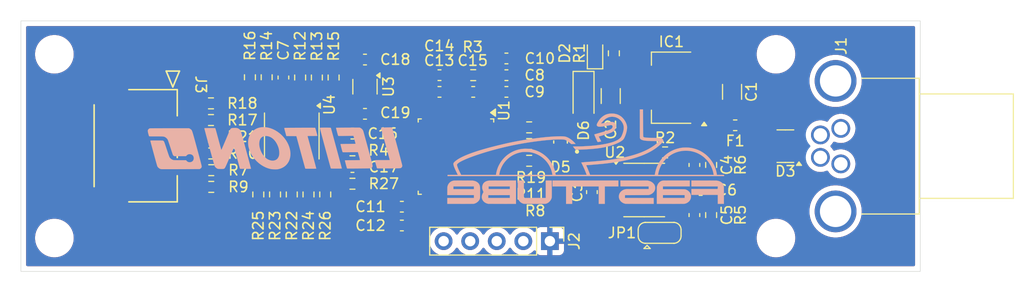
<source format=kicad_pcb>
(kicad_pcb
	(version 20240108)
	(generator "pcbnew")
	(generator_version "8.0")
	(general
		(thickness 1.6)
		(legacy_teardrops no)
	)
	(paper "A4")
	(layers
		(0 "F.Cu" signal)
		(1 "In1.Cu" signal)
		(2 "In2.Cu" signal)
		(31 "B.Cu" signal)
		(32 "B.Adhes" user "B.Adhesive")
		(33 "F.Adhes" user "F.Adhesive")
		(34 "B.Paste" user)
		(35 "F.Paste" user)
		(36 "B.SilkS" user "B.Silkscreen")
		(37 "F.SilkS" user "F.Silkscreen")
		(38 "B.Mask" user)
		(39 "F.Mask" user)
		(40 "Dwgs.User" user "User.Drawings")
		(41 "Cmts.User" user "User.Comments")
		(42 "Eco1.User" user "User.Eco1")
		(43 "Eco2.User" user "User.Eco2")
		(44 "Edge.Cuts" user)
		(45 "Margin" user)
		(46 "B.CrtYd" user "B.Courtyard")
		(47 "F.CrtYd" user "F.Courtyard")
		(48 "B.Fab" user)
		(49 "F.Fab" user)
		(50 "User.1" user)
		(51 "User.2" user)
		(52 "User.3" user)
		(53 "User.4" user)
		(54 "User.5" user)
		(55 "User.6" user)
		(56 "User.7" user)
		(57 "User.8" user)
		(58 "User.9" user)
	)
	(setup
		(stackup
			(layer "F.SilkS"
				(type "Top Silk Screen")
			)
			(layer "F.Paste"
				(type "Top Solder Paste")
			)
			(layer "F.Mask"
				(type "Top Solder Mask")
				(thickness 0.01)
			)
			(layer "F.Cu"
				(type "copper")
				(thickness 0.035)
			)
			(layer "dielectric 1"
				(type "prepreg")
				(thickness 0.1)
				(material "FR4")
				(epsilon_r 4.5)
				(loss_tangent 0.02)
			)
			(layer "In1.Cu"
				(type "copper")
				(thickness 0.035)
			)
			(layer "dielectric 2"
				(type "core")
				(thickness 1.24)
				(material "FR4")
				(epsilon_r 4.5)
				(loss_tangent 0.02)
			)
			(layer "In2.Cu"
				(type "copper")
				(thickness 0.035)
			)
			(layer "dielectric 3"
				(type "prepreg")
				(thickness 0.1)
				(material "FR4")
				(epsilon_r 4.5)
				(loss_tangent 0.02)
			)
			(layer "B.Cu"
				(type "copper")
				(thickness 0.035)
			)
			(layer "B.Mask"
				(type "Bottom Solder Mask")
				(thickness 0.01)
			)
			(layer "B.Paste"
				(type "Bottom Solder Paste")
			)
			(layer "B.SilkS"
				(type "Bottom Silk Screen")
			)
			(copper_finish "None")
			(dielectric_constraints no)
		)
		(pad_to_mask_clearance 0)
		(allow_soldermask_bridges_in_footprints no)
		(pcbplotparams
			(layerselection 0x00010fc_ffffffff)
			(plot_on_all_layers_selection 0x0000000_00000000)
			(disableapertmacros no)
			(usegerberextensions no)
			(usegerberattributes yes)
			(usegerberadvancedattributes yes)
			(creategerberjobfile yes)
			(dashed_line_dash_ratio 12.000000)
			(dashed_line_gap_ratio 3.000000)
			(svgprecision 4)
			(plotframeref no)
			(viasonmask no)
			(mode 1)
			(useauxorigin no)
			(hpglpennumber 1)
			(hpglpenspeed 20)
			(hpglpendiameter 15.000000)
			(pdf_front_fp_property_popups yes)
			(pdf_back_fp_property_popups yes)
			(dxfpolygonmode yes)
			(dxfimperialunits yes)
			(dxfusepcbnewfont yes)
			(psnegative no)
			(psa4output no)
			(plotreference yes)
			(plotvalue yes)
			(plotfptext yes)
			(plotinvisibletext no)
			(sketchpadsonfab no)
			(subtractmaskfromsilk no)
			(outputformat 1)
			(mirror no)
			(drillshape 1)
			(scaleselection 1)
			(outputdirectory "")
		)
	)
	(net 0 "")
	(net 1 "+12V")
	(net 2 "GND")
	(net 3 "+3V3")
	(net 4 "/CANH")
	(net 5 "/CANL")
	(net 6 "/NRST")
	(net 7 "/V_{x}")
	(net 8 "/V_{y}")
	(net 9 "Net-(D2-A)")
	(net 10 "Net-(JP1-C)")
	(net 11 "Net-(U2-Rs)")
	(net 12 "/V_{out,x}")
	(net 13 "/V_{1,x}")
	(net 14 "/Strain_in_x")
	(net 15 "Net-(U4A-+)")
	(net 16 "Net-(R13-Pad2)")
	(net 17 "Net-(U4B-+)")
	(net 18 "/V_{1,y}")
	(net 19 "/Strain_in_y")
	(net 20 "Net-(U4C-+)")
	(net 21 "Net-(R23-Pad2)")
	(net 22 "Net-(U4D-+)")
	(net 23 "/V_{out,y}")
	(net 24 "unconnected-(U1-PA3-Pad9)")
	(net 25 "unconnected-(U1-PB0-Pad14)")
	(net 26 "unconnected-(U1-PA15-Pad25)")
	(net 27 "unconnected-(U1-PF1-Pad3)")
	(net 28 "unconnected-(U1-PA6-Pad12)")
	(net 29 "unconnected-(U3-NC-Pad4)")
	(net 30 "unconnected-(U1-PB4-Pad27)")
	(net 31 "unconnected-(U1-PA4-Pad10)")
	(net 32 "unconnected-(U1-PB3-Pad26)")
	(net 33 "/SWDIO")
	(net 34 "/SWCLK")
	(net 35 "unconnected-(U1-PB1-Pad15)")
	(net 36 "unconnected-(U1-PA10-Pad20)")
	(net 37 "unconnected-(U1-PA5-Pad11)")
	(net 38 "unconnected-(U1-PB5-Pad28)")
	(net 39 "unconnected-(U1-PA8-Pad18)")
	(net 40 "unconnected-(U1-PA2-Pad8)")
	(net 41 "unconnected-(U1-PA7-Pad13)")
	(net 42 "unconnected-(U1-PF0-Pad2)")
	(net 43 "unconnected-(U1-PA9-Pad19)")
	(net 44 "/CAN_Rx")
	(net 45 "/CAN_Tx")
	(net 46 "+1V5")
	(net 47 "Net-(D4-A)")
	(net 48 "Net-(D5-RK)")
	(net 49 "/LED_R")
	(net 50 "/LED_G")
	(net 51 "Net-(D5-GK)")
	(net 52 "Net-(D5-BK)")
	(net 53 "/LED_B")
	(net 54 "/V_{can}")
	(footprint "Capacitor_SMD:C_0603_1608Metric" (layer "F.Cu") (at 131.7 92.8 180))
	(footprint "Resistor_SMD:R_0603_1608Metric" (layer "F.Cu") (at 118.2 94.7 180))
	(footprint "Resistor_SMD:R_0603_1608Metric" (layer "F.Cu") (at 118.175 91.5 180))
	(footprint "Resistor_SMD:R_0603_1608Metric" (layer "F.Cu") (at 129.9 87.425 90))
	(footprint "Resistor_SMD:R_0603_1608Metric" (layer "F.Cu") (at 118.2 97.9))
	(footprint "MountingHole:MountingHole_3.2mm_M3_DIN965" (layer "F.Cu") (at 103.2 102.8))
	(footprint "Capacitor_SMD:C_0603_1608Metric" (layer "F.Cu") (at 132.9 90.905 180))
	(footprint "Resistor_SMD:R_0603_1608Metric" (layer "F.Cu") (at 156.7 85.105 90))
	(footprint "Jumper:SolderJumper-3_P1.3mm_Open_RoundedPad1.0x1.5mm" (layer "F.Cu") (at 161.075 102.305))
	(footprint "Capacitor_SMD:C_0603_1608Metric" (layer "F.Cu") (at 146.425 85.6))
	(footprint "Resistor_SMD:R_0603_1608Metric" (layer "F.Cu") (at 161.6 94.6 180))
	(footprint "Resistor_SMD:R_0603_1608Metric" (layer "F.Cu") (at 128.3 87.425 -90))
	(footprint "Resistor_SMD:R_0603_1608Metric" (layer "F.Cu") (at 122.7 98.625 -90))
	(footprint "Resistor_SMD:R_0603_1608Metric" (layer "F.Cu") (at 121.9 87.4 -90))
	(footprint "Resistor_SMD:R_0603_1608Metric" (layer "F.Cu") (at 124.3 98.625 90))
	(footprint "SLS:LED_150080M153000" (layer "F.Cu") (at 151.6 93.6 180))
	(footprint "Package_SO:SOIC-8_3.9x4.9mm_P1.27mm" (layer "F.Cu") (at 159.6 98.2))
	(footprint "Package_TO_SOT_SMD:SOT-353_SC-70-5" (layer "F.Cu") (at 132.9 88.305 -90))
	(footprint "Resistor_SMD:R_0603_1608Metric" (layer "F.Cu") (at 131.7 97.6))
	(footprint "Resistor_SMD:R_0603_1608Metric" (layer "F.Cu") (at 118.175 93.1 180))
	(footprint "Capacitor_SMD:C_0603_1608Metric" (layer "F.Cu") (at 164.4 95.8 90))
	(footprint "Package_SO:TSSOP-14_4.4x5mm_P0.65mm" (layer "F.Cu") (at 125.9 93.025 -90))
	(footprint "Resistor_SMD:R_0603_1608Metric" (layer "F.Cu") (at 166 100.6 90))
	(footprint "SLS:CON_2053380003" (layer "F.Cu") (at 114.525 91.96035 90))
	(footprint "Capacitor_SMD:C_0603_1608Metric" (layer "F.Cu") (at 136.425 101.6 180))
	(footprint "LED_SMD:LED_0603_1608Metric" (layer "F.Cu") (at 154.9 85.105 90))
	(footprint "Resistor_SMD:R_0603_1608Metric" (layer "F.Cu") (at 129.1 98.625 90))
	(footprint "Resistor_SMD:R_0603_1608Metric" (layer "F.Cu") (at 125.9 98.625 90))
	(footprint "Fuse:Fuse_0603_1608Metric" (layer "F.Cu") (at 168.3 92 180))
	(footprint "Capacitor_SMD:C_0603_1608Metric" (layer "F.Cu") (at 125.1 87.425 90))
	(footprint "MountingHole:MountingHole_3.2mm_M3_DIN965" (layer "F.Cu") (at 172.2 85.2))
	(footprint "Capacitor_SMD:C_0603_1608Metric" (layer "F.Cu") (at 146.425 88.8))
	(footprint "Package_QFP:LQFP-32_7x7mm_P0.8mm" (layer "F.Cu") (at 141.6 95 -90))
	(footprint "Package_TO_SOT_SMD:SOT-223" (layer "F.Cu") (at 162.2 88.4 180))
	(footprint "MountingHole:MountingHole_3.2mm_M3_DIN965" (layer "F.Cu") (at 172.2 102.8))
	(footprint "Capacitor_SMD:C_0603_1608Metric" (layer "F.Cu") (at 146.425 87.2))
	(footprint "Diode_SMD:D_SOD-123" (layer "F.Cu") (at 153.8 89.2 -90))
	(footprint "Capacitor_SMD:C_0603_1608Metric" (layer "F.Cu") (at 140.025 87.2 180))
	(footprint "FaSTTUBe_connectors:M8_718_4pin_horizontal" (layer "F.Cu") (at 178.4 94 90))
	(footprint "Capacitor_SMD:C_0603_1608Metric" (layer "F.Cu") (at 154.6 98.4 90))
	(footprint "Resistor_SMD:R_0603_1608Metric"
		(layer "F.Cu")
		(uuid "aa1daee9-857d-42cb-b2d1-1d8f44146fa2")
		(at 148.6 92.2 180)
		(descr "Resistor SMD 0603 (1608 Metric), square (rectangular) end terminal, IPC_7351 nominal, (Body size source: IPC-SM-782 page 72, https://www.pcb-3d.com/wordpress/wp-content/uploads/ipc-sm-782a_amendment_1_and_2.pdf), generated with kicad-footprint-generator")
		(tags "resistor")
		(property "Reference" "R19"
			(at -0.175 -4.8 180)
			(layer "F.SilkS")
			(uuid "8458164e-f6c8-48e1-b5b9-c4ee6b01a17a")
			(effects
				(font
					(size 1 1)
					(thickness 0.15)
				)
			)
		)
		(property "Value" "1k"
			(at 0 1.43 180)
			(layer "F.Fab")
			(uuid "898a0582-cc88-4cf6-a815-7276142223c1")
			(effects
				(font
					(size 1 1)
					(thickness 0.15)
				)
			)
		)
		(property "Footprint" "Resistor_SMD:R_0603_1608Metric"
			(at 0 0 180)
			(unlocked yes)
			(layer "F.Fab")
			(hide yes)
			(uuid "28c4d596-6d59-472f-9472-f415d69b8583")
			(effects
				(font
					(size 1.27 1.27)
				)
			)
		)
		(property "Datasheet" ""
			(at 0 0 180)
			(unlocked yes)
			(layer "F.Fab")
			(hide yes)
			(uuid "9535c817-a4bc-4f95-a4ae-fcee0ebb3290")
			(effects
				(font
					(size 1.27 1.27)
				)
			)
		)
		(property "Description" "Resistor"
			(at 0 0 180)
			(unlocked yes)
			(layer "F.Fab")
			(hide yes)
			(uuid "dac571bb-a001-4d50-bfac-5ca63f9762f1")
			(effects
				(font
					(size 1.27 1.27)
				)
			)
		)
		(property ki_fp_filters "R_*")
		(path "/96fd93d0-6f43-46fa-9263-bcfa37bfa38c")
		(sheetname "Root")
		(sheetfile "FT24-SLS.kicad_sch")
		(attr smd)
		(
... [384742 chars truncated]
</source>
